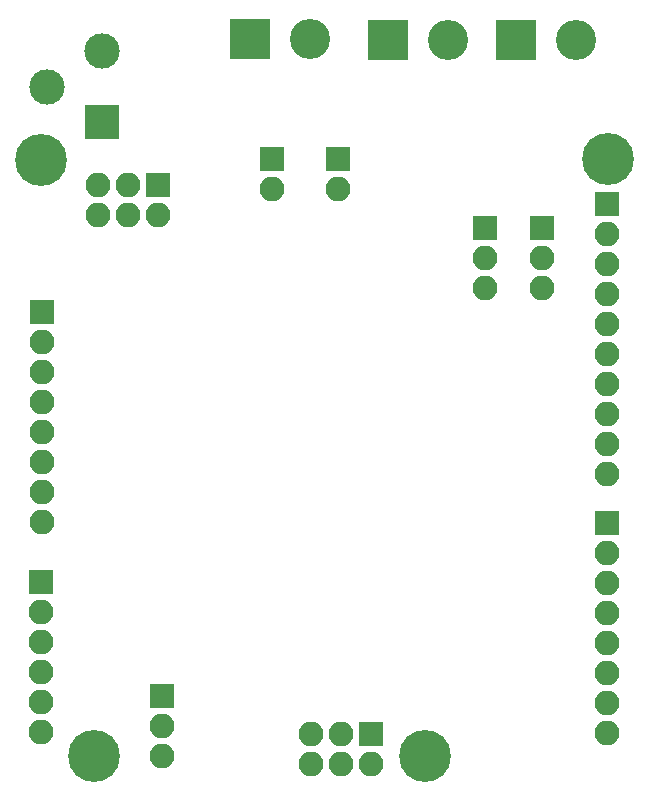
<source format=gbs>
G04 #@! TF.FileFunction,Soldermask,Bot*
%FSLAX46Y46*%
G04 Gerber Fmt 4.6, Leading zero omitted, Abs format (unit mm)*
G04 Created by KiCad (PCBNEW 4.0.7) date 01/29/18 05:57:29*
%MOMM*%
%LPD*%
G01*
G04 APERTURE LIST*
%ADD10C,0.100000*%
%ADD11R,2.100000X2.100000*%
%ADD12O,2.100000X2.100000*%
%ADD13R,3.000000X3.000000*%
%ADD14C,3.000000*%
%ADD15R,3.400000X3.400000*%
%ADD16C,3.400000*%
%ADD17C,4.400000*%
G04 APERTURE END LIST*
D10*
D11*
X142524480Y-124871480D03*
D12*
X142524480Y-127411480D03*
X139984480Y-124871480D03*
X139984480Y-127411480D03*
X137444480Y-124871480D03*
X137444480Y-127411480D03*
D13*
X119788940Y-73086480D03*
D14*
X119788940Y-67086480D03*
X115088940Y-70086480D03*
D11*
X124477780Y-78381860D03*
D12*
X124477780Y-80921860D03*
X121937780Y-78381860D03*
X121937780Y-80921860D03*
X119397780Y-78381860D03*
X119397780Y-80921860D03*
D11*
X114635280Y-112049560D03*
D12*
X114635280Y-114589560D03*
X114635280Y-117129560D03*
X114635280Y-119669560D03*
X114635280Y-122209560D03*
X114635280Y-124749560D03*
D15*
X132298440Y-66083180D03*
D16*
X137378440Y-66083180D03*
D15*
X143972280Y-66131440D03*
D16*
X149052280Y-66131440D03*
D11*
X162532060Y-80050640D03*
D12*
X162532060Y-82590640D03*
X162532060Y-85130640D03*
X162532060Y-87670640D03*
X162532060Y-90210640D03*
X162532060Y-92750640D03*
X162532060Y-95290640D03*
X162532060Y-97830640D03*
X162532060Y-100370640D03*
X162532060Y-102910640D03*
D11*
X162554920Y-107010200D03*
D12*
X162554920Y-109550200D03*
X162554920Y-112090200D03*
X162554920Y-114630200D03*
X162554920Y-117170200D03*
X162554920Y-119710200D03*
X162554920Y-122250200D03*
X162554920Y-124790200D03*
D15*
X154848560Y-66136520D03*
D16*
X159928560Y-66136520D03*
D11*
X156989780Y-82064860D03*
D12*
X156989780Y-84604860D03*
X156989780Y-87144860D03*
D11*
X152163780Y-82064860D03*
D12*
X152163780Y-84604860D03*
X152163780Y-87144860D03*
D17*
X114632740Y-76271120D03*
X119085360Y-126746000D03*
X147093940Y-126756160D03*
D11*
X124858780Y-121688860D03*
D12*
X124858780Y-124228860D03*
X124858780Y-126768860D03*
D11*
X114640360Y-89207340D03*
D12*
X114640360Y-91747340D03*
X114640360Y-94287340D03*
X114640360Y-96827340D03*
X114640360Y-99367340D03*
X114640360Y-101907340D03*
X114640360Y-104447340D03*
X114640360Y-106987340D03*
D17*
X162590480Y-76250800D03*
D11*
X134112000Y-76200000D03*
D12*
X134112000Y-78740000D03*
D11*
X139700000Y-76200000D03*
D12*
X139700000Y-78740000D03*
M02*

</source>
